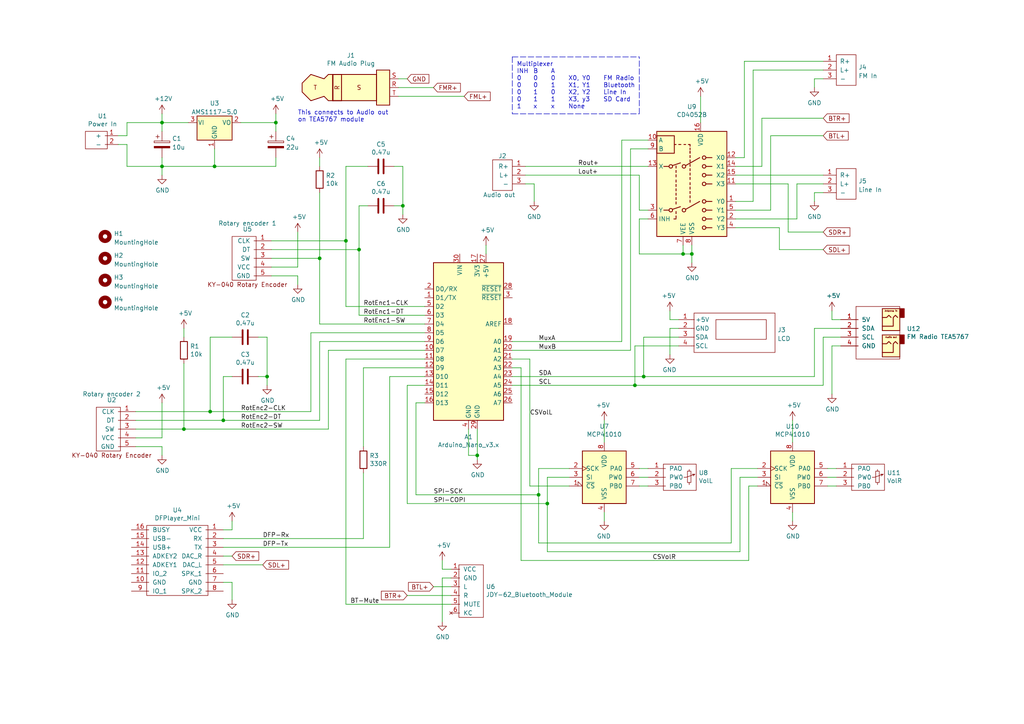
<source format=kicad_sch>
(kicad_sch (version 20211123) (generator eeschema)
  (paper "A4")
  (lib_symbols
    (symbol "Analog_Switch:CD4052B"
      (property "Reference" "U" (at -10.16 16.51 0))
      (property "Value" "CD4052B" (at 3.81 16.51 0))
      (symbol "CD4052B_0_1"
        (rectangle (start -10.16 8.89) (end -5.08 13.97) (stroke (width 0.254)))
        (rectangle (start -10.16 15.24) (end 10.16 -15.24) (stroke (width 0.254)) (fill (type background)))
        (circle (center -6.096 -7.62) (radius 0.508) (stroke (width 0.254)))
        (circle (center -6.096 5.08) (radius 0.508) (stroke (width 0.254)))
        (circle (center -2.286 -7.62) (radius 0.508) (stroke (width 0.254)))
        (circle (center -2.286 5.08) (radius 0.508) (stroke (width 0.254)))
        (polyline (pts (xy -8.128 -7.62) (xy -6.604 -7.62)) (stroke (width 0.254)))
        (polyline (pts (xy -8.128 5.08) (xy -6.604 5.08)) (stroke (width 0.254)))
        (polyline (pts (xy -5.588 -7.366) (xy -3.302 -6.604)) (stroke (width 0.254)))
        (polyline (pts (xy -5.588 5.334) (xy -3.302 6.096)) (stroke (width 0.254)))
        (polyline (pts (xy -4.572 -10.16) (xy -5.207 -10.16)) (stroke (width 0.254)))
        (polyline (pts (xy -4.572 -9.906) (xy -4.572 -9.271)) (stroke (width 0.254)))
        (polyline (pts (xy -4.572 -8.636) (xy -4.572 -8.001)) (stroke (width 0.254)))
        (polyline (pts (xy -4.572 -5.842) (xy -4.572 -5.207)) (stroke (width 0.254)))
        (polyline (pts (xy -4.572 -4.572) (xy -4.572 -3.937)) (stroke (width 0.254)))
        (polyline (pts (xy -4.572 -3.302) (xy -4.572 -2.667)) (stroke (width 0.254)))
        (polyline (pts (xy -4.572 -2.032) (xy -4.572 -1.397)) (stroke (width 0.254)))
        (polyline (pts (xy -4.572 -0.762) (xy -4.572 -0.127)) (stroke (width 0.254)))
        (polyline (pts (xy -4.572 0.508) (xy -4.572 1.143)) (stroke (width 0.254)))
        (polyline (pts (xy -4.572 2.032) (xy -4.572 2.667)) (stroke (width 0.254)))
        (polyline (pts (xy -4.572 3.302) (xy -4.572 3.937)) (stroke (width 0.254)))
        (polyline (pts (xy -4.572 4.572) (xy -4.572 5.207)) (stroke (width 0.254)))
        (polyline (pts (xy -4.572 11.43) (xy -5.08 11.43)) (stroke (width 0.254)))
        (polyline (pts (xy -3.81 11.43) (xy -3.175 11.43)) (stroke (width 0.254)))
        (polyline (pts (xy -1.778 -7.366) (xy 2.286 -5.08)) (stroke (width 0.254)))
        (polyline (pts (xy -1.778 5.334) (xy 2.286 7.62)) (stroke (width 0.254)))
        (polyline (pts (xy -1.778 11.43) (xy -2.286 11.43)) (stroke (width 0.254)))
        (polyline (pts (xy -0.508 -5.334) (xy -0.508 -4.699)) (stroke (width 0.254)))
        (polyline (pts (xy -0.508 -4.064) (xy -0.508 -3.429)) (stroke (width 0.254)))
        (polyline (pts (xy -0.508 -2.794) (xy -0.508 -2.159)) (stroke (width 0.254)))
        (polyline (pts (xy -0.508 -1.524) (xy -0.508 -0.889)) (stroke (width 0.254)))
        (polyline (pts (xy -0.508 -0.254) (xy -0.508 0.381)) (stroke (width 0.254)))
        (polyline (pts (xy -0.508 1.27) (xy -0.508 1.905)) (stroke (width 0.254)))
        (polyline (pts (xy -0.508 2.54) (xy -0.508 3.175)) (stroke (width 0.254)))
        (polyline (pts (xy -0.508 3.81) (xy -0.508 4.445)) (stroke (width 0.254)))
        (polyline (pts (xy -0.508 5.08) (xy -0.508 5.715)) (stroke (width 0.254)))
        (polyline (pts (xy -0.508 6.35) (xy -0.508 6.985)) (stroke (width 0.254)))
        (polyline (pts (xy -0.508 7.62) (xy -0.508 8.255)) (stroke (width 0.254)))
        (polyline (pts (xy -0.508 8.89) (xy -0.508 9.398)) (stroke (width 0.254)))
        (polyline (pts (xy -0.508 8.89) (xy -0.508 9.525)) (stroke (width 0.254)))
        (polyline (pts (xy -0.508 9.906) (xy -0.508 10.414)) (stroke (width 0.254)))
        (polyline (pts (xy -0.508 10.922) (xy -0.508 11.43)) (stroke (width 0.254)))
        (polyline (pts (xy -0.508 11.43) (xy -1.016 11.43)) (stroke (width 0.254)))
        (polyline (pts (xy 4.064 -12.7) (xy 5.842 -12.7)) (stroke (width 0.254)))
        (polyline (pts (xy 4.064 -10.16) (xy 5.842 -10.16)) (stroke (width 0.254)))
        (polyline (pts (xy 4.064 -7.62) (xy 5.842 -7.62)) (stroke (width 0.254)))
        (polyline (pts (xy 4.064 -5.08) (xy 5.842 -5.08)) (stroke (width 0.254)))
        (polyline (pts (xy 4.064 0) (xy 5.842 0)) (stroke (width 0.254)))
        (polyline (pts (xy 4.064 2.54) (xy 5.842 2.54)) (stroke (width 0.254)))
        (polyline (pts (xy 4.064 5.08) (xy 5.842 5.08)) (stroke (width 0.254)))
        (polyline (pts (xy 4.064 7.62) (xy 5.842 7.62)) (stroke (width 0.254)))
        (circle (center 3.556 -12.7) (radius 0.508) (stroke (width 0.254)))
        (circle (center 3.556 -10.16) (radius 0.508) (stroke (width 0.254)))
        (circle (center 3.556 -7.62) (radius 0.508) (stroke (width 0.254)))
        (circle (center 3.556 -5.08) (radius 0.508) (stroke (width 0.254)))
        (circle (center 3.556 0) (radius 0.508) (stroke (width 0.254)))
        (circle (center 3.556 2.54) (radius 0.508) (stroke (width 0.254)))
        (circle (center 3.556 5.08) (radius 0.508) (stroke (width 0.254)))
        (circle (center 3.556 7.62) (radius 0.508) (stroke (width 0.254)))
      )
      (symbol "CD4052B_1_1"
        (pin bidirectional line (at 12.7 -5.08 180) (length 2.54) (name "Y0") (number "1"))
        (pin input line (at -12.7 12.7 0) (length 2.54) (name "A") (number "10"))
        (pin bidirectional line (at 12.7 0 180) (length 2.54) (name "X3") (number "11"))
        (pin bidirectional line (at 12.7 7.62 180) (length 2.54) (name "X0") (number "12"))
        (pin bidirectional line (at -12.7 5.08 0) (length 2.54) (name "X") (number "13"))
        (pin bidirectional line (at 12.7 5.08 180) (length 2.54) (name "X1") (number "14"))
        (pin bidirectional line (at 12.7 2.54 180) (length 2.54) (name "X2") (number "15"))
        (pin power_in line (at 2.54 17.78 270) (length 2.54) (name "VDD") (number "16"))
        (pin bidirectional line (at 12.7 -10.16 180) (length 2.54) (name "Y2") (number "2"))
        (pin bidirectional line (at -12.7 -7.62 0) (length 2.54) (name "Y") (number "3"))
        (pin bidirectional line (at 12.7 -12.7 180) (length 2.54) (name "Y3") (number "4"))
        (pin bidirectional line (at 12.7 -7.62 180) (length 2.54) (name "Y1") (number "5"))
        (pin input line (at -12.7 -10.16 0) (length 2.54) (name "INH") (number "6"))
        (pin power_in line (at -2.54 -17.78 90) (length 2.54) (name "VEE") (number "7"))
        (pin power_in line (at 0 -17.78 90) (length 2.54) (name "VSS") (number "8"))
        (pin input line (at -12.7 10.16 0) (length 2.54) (name "B") (number "9"))
      )
    )
    (symbol "Connector:AudioPlug3"
      (property "Reference" "J" (at 1.27 6.35 0))
      (property "Value" "AudioPlug3" (at 1.27 -6.35 0))
      (symbol "AudioPlug3_0_0"
        (text "R" (at -2.54 0 900) (effects (font (size 1.27 1.27))))
      )
      (symbol "AudioPlug3_0_1"
        (rectangle (start -3.81 3.81) (end -1.27 -3.81) (stroke (width 0.254)))
        (rectangle (start -1.27 -1.27) (end -1.27 -1.27))
      )
      (symbol "AudioPlug3_1_0"
        (text "S" (at 3.81 0 0) (effects (font (size 1.27 1.27))))
        (text "T" (at -8.89 0 0) (effects (font (size 1.27 1.27))))
      )
      (symbol "AudioPlug3_1_1"
        (rectangle (start -3.81 3.81) (end 8.89 -3.81) (stroke (width 0.254)) (fill (type background)))
        (polyline (pts (xy -3.81 3.81) (xy -5.08 3.81) (xy -6.35 2.54) (xy -10.16 3.81) (xy -12.7 1.27) (xy -12.7 -1.27) (xy -10.16 -3.81) (xy -6.35 -2.54) (xy -5.08 -3.81) (xy -3.81 -3.81) (xy -3.81 3.81)) (stroke (width 0.254)) (fill (type background)))
        (rectangle (start 12.7 5.08) (end 8.89 -5.08) (stroke (width 0.254)) (fill (type background)))
        (pin passive line (at 15.24 0 180) (length 2.54) (name "~") (number "R"))
        (pin passive line (at 15.24 2.54 180) (length 2.54) (name "~") (number "S"))
        (pin passive line (at 15.24 -2.54 180) (length 2.54) (name "~") (number "T"))
      )
    )
    (symbol "Device:C" (pin_numbers hide) (pin_names (offset 0.254))
      (property "Reference" "C" (at 0.635 2.54 0))
      (property "Value" "C" (at 0.635 -2.54 0))
      (symbol "C_0_1"
        (polyline (pts (xy -2.032 -0.762) (xy 2.032 -0.762)) (stroke (width 0.508)))
        (polyline (pts (xy -2.032 0.762) (xy 2.032 0.762)) (stroke (width 0.508)))
      )
      (symbol "C_1_1"
        (pin passive line (at 0 3.81 270) (length 2.794) (name "~") (number "1"))
        (pin passive line (at 0 -3.81 90) (length 2.794) (name "~") (number "2"))
      )
    )
    (symbol "Device:C_Polarized" (pin_numbers hide) (pin_names (offset 0.254))
      (property "Reference" "C" (at 0.635 2.54 0))
      (property "Value" "C_Polarized" (at 0.635 -2.54 0))
      (symbol "C_Polarized_0_1"
        (rectangle (start -2.286 0.508) (end 2.286 1.016))
        (polyline (pts (xy -1.778 2.286) (xy -0.762 2.286)))
        (polyline (pts (xy -1.27 2.794) (xy -1.27 1.778)))
        (rectangle (start 2.286 -0.508) (end -2.286 -1.016) (fill (type outline)))
      )
      (symbol "C_Polarized_1_1"
        (pin passive line (at 0 3.81 270) (length 2.794) (name "~") (number "1"))
        (pin passive line (at 0 -3.81 90) (length 2.794) (name "~") (number "2"))
      )
    )
    (symbol "Device:R" (pin_numbers hide) (pin_names (offset 0))
      (property "Reference" "R" (at 2.032 0 90))
      (property "Value" "R" (at 0 0 90))
      (symbol "R_0_1"
        (rectangle (start -1.016 -2.54) (end 1.016 2.54) (stroke (width 0.254)))
      )
      (symbol "R_1_1"
        (pin passive line (at 0 3.81 270) (length 1.27) (name "~") (number "1"))
        (pin passive line (at 0 -3.81 90) (length 1.27) (name "~") (number "2"))
      )
    )
    (symbol "MCU_Module:Arduino_Nano_v3.x"
      (property "Reference" "A" (at -10.16 23.495 0))
      (property "Value" "Arduino_Nano_v3.x" (at 5.08 -24.13 0))
      (symbol "Arduino_Nano_v3.x_0_1"
        (rectangle (start -10.16 22.86) (end 10.16 -22.86) (stroke (width 0.254)) (fill (type background)))
      )
      (symbol "Arduino_Nano_v3.x_1_1"
        (pin bidirectional line (at -12.7 12.7 0) (length 2.54) (name "D1/TX") (number "1"))
        (pin bidirectional line (at -12.7 -2.54 0) (length 2.54) (name "D7") (number "10"))
        (pin bidirectional line (at -12.7 -5.08 0) (length 2.54) (name "D8") (number "11"))
        (pin bidirectional line (at -12.7 -7.62 0) (length 2.54) (name "D9") (number "12"))
        (pin bidirectional line (at -12.7 -10.16 0) (length 2.54) (name "D10") (number "13"))
        (pin bidirectional line (at -12.7 -12.7 0) (length 2.54) (name "D11") (number "14"))
        (pin bidirectional line (at -12.7 -15.24 0) (length 2.54) (name "D12") (number "15"))
        (pin bidirectional line (at -12.7 -17.78 0) (length 2.54) (name "D13") (number "16"))
        (pin power_out line (at 2.54 25.4 270) (length 2.54) (name "3V3") (number "17"))
        (pin input line (at 12.7 5.08 180) (length 2.54) (name "AREF") (number "18"))
        (pin bidirectional line (at 12.7 0 180) (length 2.54) (name "A0") (number "19"))
        (pin bidirectional line (at -12.7 15.24 0) (length 2.54) (name "D0/RX") (number "2"))
        (pin bidirectional line (at 12.7 -2.54 180) (length 2.54) (name "A1") (number "20"))
        (pin bidirectional line (at 12.7 -5.08 180) (length 2.54) (name "A2") (number "21"))
        (pin bidirectional line (at 12.7 -7.62 180) (length 2.54) (name "A3") (number "22"))
        (pin bidirectional line (at 12.7 -10.16 180) (length 2.54) (name "A4") (number "23"))
        (pin bidirectional line (at 12.7 -12.7 180) (length 2.54) (name "A5") (number "24"))
        (pin bidirectional line (at 12.7 -15.24 180) (length 2.54) (name "A6") (number "25"))
        (pin bidirectional line (at 12.7 -17.78 180) (length 2.54) (name "A7") (number "26"))
        (pin power_out line (at 5.08 25.4 270) (length 2.54) (name "+5V") (number "27"))
        (pin input line (at 12.7 15.24 180) (length 2.54) (name "~{RESET}") (number "28"))
        (pin power_in line (at 2.54 -25.4 90) (length 2.54) (name "GND") (number "29"))
        (pin input line (at 12.7 12.7 180) (length 2.54) (name "~{RESET}") (number "3"))
        (pin power_in line (at -2.54 25.4 270) (length 2.54) (name "VIN") (number "30"))
        (pin power_in line (at 0 -25.4 90) (length 2.54) (name "GND") (number "4"))
        (pin bidirectional line (at -12.7 10.16 0) (length 2.54) (name "D2") (number "5"))
        (pin bidirectional line (at -12.7 7.62 0) (length 2.54) (name "D3") (number "6"))
        (pin bidirectional line (at -12.7 5.08 0) (length 2.54) (name "D4") (number "7"))
        (pin bidirectional line (at -12.7 2.54 0) (length 2.54) (name "D5") (number "8"))
        (pin bidirectional line (at -12.7 0 0) (length 2.54) (name "D6") (number "9"))
      )
    )
    (symbol "Mechanical:MountingHole" (pin_names (offset 1.016))
      (property "Reference" "H" (at 0 5.08 0))
      (property "Value" "MountingHole" (at 0 3.175 0))
      (symbol "MountingHole_0_1"
        (circle (center 0 0) (radius 1.27) (stroke (width 1.27)))
      )
    )
    (symbol "My_Headers:3-pin_Audio" (pin_names (offset 1.016))
      (property "Reference" "J" (at -0.635 6.35 0))
      (symbol "3-pin_Audio_0_1"
        (polyline (pts (xy -1.27 4.445) (xy 4.445 4.445) (xy 4.445 -3.81) (xy 4.445 -4.445) (xy -1.27 -4.445) (xy -1.27 4.445)) (stroke (width 0.1524)))
      )
      (symbol "3-pin_Audio_1_1"
        (pin bidirectional line (at -5.08 2.54 0) (length 3.81) (name "R+") (number "1"))
        (pin bidirectional line (at -5.08 0 0) (length 3.81) (name "L+") (number "2"))
        (pin bidirectional line (at -5.08 -2.54 0) (length 3.81) (name "-") (number "3"))
      )
    )
    (symbol "My_Headers:3-pin_potentiometer_output" (pin_names (offset 1.016))
      (property "Reference" "U" (at 5.715 2.54 0))
      (property "Value" "3-pin_potentiometer_output" (at 5.08 -7.62 0))
      (symbol "3-pin_potentiometer_output_0_1"
        (polyline (pts (xy 11.938 -4.064) (xy 11.938 -4.699)))
        (polyline (pts (xy 11.938 -0.254) (xy 11.938 -0.762)))
        (polyline (pts (xy 12.827 -1.651) (xy 12.827 -1.651)))
        (polyline (pts (xy 13.589 -1.651) (xy 13.081 -2.159)))
        (polyline (pts (xy 10.414 -2.54) (xy 11.049 -2.54) (xy 13.589 -1.651) (xy 12.827 -1.651)))
        (polyline (pts (xy 4.445 1.27) (xy 13.97 1.27) (xy 13.97 -6.35) (xy 4.445 -6.35) (xy 4.445 1.27)))
        (polyline (pts (xy 11.43 -0.762) (xy 12.446 -0.762) (xy 12.446 -4.064) (xy 11.43 -4.064) (xy 11.43 -0.762)))
      )
      (symbol "3-pin_potentiometer_output_1_1"
        (pin input line (at 0 0 0) (length 5.08) (name "PAO") (number "1"))
        (pin output line (at 0 -2.54 0) (length 5.08) (name "PW0") (number "2"))
        (pin input line (at 0 -5.08 0) (length 5.08) (name "PB0") (number "3"))
      )
    )
    (symbol "My_Headers:4-pin_I2C_LCD_header" (pin_names (offset 1.016))
      (property "Reference" "J" (at 0 5.715 0))
      (property "Value" "4-pin_I2C_LCD_header" (at 0 -8.255 0))
      (symbol "4-pin_I2C_LCD_header_0_1"
        (polyline (pts (xy -0.635 4.445) (xy 22.86 4.445) (xy 22.86 -6.985) (xy -0.635 -6.985) (xy -0.635 4.445)) (stroke (width 0.1524)))
        (polyline (pts (xy 5.715 2.54) (xy 5.715 -3.175) (xy 20.32 -3.175) (xy 20.32 2.54) (xy 5.715 2.54)) (stroke (width 0.1524)))
      )
      (symbol "4-pin_I2C_LCD_header_1_1"
        (polyline (pts (xy -1.27 -5.08) (xy -0.508 -5.08)) (stroke (width 0.1524)))
        (polyline (pts (xy -1.27 -2.54) (xy -0.508 -2.54)) (stroke (width 0.1524)))
        (polyline (pts (xy -1.27 0) (xy -0.508 0)) (stroke (width 0.1524)))
        (polyline (pts (xy -1.27 2.54) (xy -0.508 2.54)) (stroke (width 0.1524)))
        (pin power_in line (at -5.08 2.54 0) (length 3.81) (name "+5V") (number "1"))
        (pin power_in line (at -5.08 0 0) (length 3.81) (name "GND") (number "2"))
        (pin passive line (at -5.08 -2.54 0) (length 3.81) (name "SDA") (number "3"))
        (pin passive line (at -5.08 -5.08 0) (length 3.81) (name "SCL") (number "4"))
      )
    )
    (symbol "My_Parts:2-pole_power_in_screw_terminal" (pin_names (offset 1.016))
      (property "Reference" "U" (at 4.445 3.175 0))
      (property "Value" "2-pole_power_in_screw_terminal" (at 6.35 -5.715 0))
      (symbol "2-pole_power_in_screw_terminal_0_1"
        (rectangle (start 3.175 1.27) (end 9.525 -3.81))
      )
      (symbol "2-pole_power_in_screw_terminal_1_1"
        (pin power_in line (at 0 0 0) (length 3.81) (name "+") (number "1"))
        (pin power_in line (at 0 -2.54 0) (length 3.81) (name "-") (number "2"))
      )
    )
    (symbol "My_Parts:DFPlayer_Mini" (pin_names (offset 1.016))
      (property "Reference" "U" (at 6.985 2.54 0))
      (property "Value" "DFPlayer_Mini" (at 12.7 -20.955 0))
      (symbol "DFPlayer_Mini_0_1"
        (polyline (pts (xy 4.445 1.27) (xy 4.445 -19.05) (xy 22.225 -19.05) (xy 22.225 1.27) (xy 4.445 1.27)))
      )
      (symbol "DFPlayer_Mini_1_1"
        (pin power_in line (at 0 0 0) (length 5.08) (name "VCC") (number "1"))
        (pin power_in line (at 26.67 -15.24 180) (length 5.08) (name "GND") (number "10"))
        (pin input line (at 26.67 -12.7 180) (length 5.08) (name "IO_2") (number "11"))
        (pin input line (at 26.67 -10.16 180) (length 5.08) (name "ADKEY1") (number "12"))
        (pin input line (at 26.67 -7.62 180) (length 5.08) (name "ADKEY2") (number "13"))
        (pin bidirectional line (at 26.67 -5.08 180) (length 5.08) (name "USB+") (number "14"))
        (pin bidirectional line (at 26.67 -2.54 180) (length 5.08) (name "USB-") (number "15"))
        (pin output line (at 26.67 0 180) (length 5.08) (name "BUSY") (number "16"))
        (pin input line (at 0 -2.54 0) (length 5.08) (name "RX") (number "2"))
        (pin output line (at 0 -5.08 0) (length 5.08) (name "TX") (number "3"))
        (pin output line (at 0 -7.62 0) (length 5.08) (name "DAC_R") (number "4"))
        (pin output line (at 0 -10.16 0) (length 5.08) (name "DAC_L") (number "5"))
        (pin output line (at 0 -12.7 0) (length 5.08) (name "SPK_1") (number "6"))
        (pin power_in line (at 0 -15.24 0) (length 5.08) (name "GND") (number "7"))
        (pin output line (at 0 -17.78 0) (length 5.08) (name "SPK_2") (number "8"))
        (pin input line (at 26.67 -17.78 180) (length 5.08) (name "IO_1") (number "9"))
      )
    )
    (symbol "My_Parts:JDY-62_Bluetooth_Module" (pin_names (offset 1.016))
      (property "Reference" "U" (at 3.302 2.286 0))
      (property "Value" "JDY-62_Bluetooth_Module" (at 6.096 -15.494 0))
      (symbol "JDY-62_Bluetooth_Module_0_1"
        (polyline (pts (xy 2.286 1.27) (xy 2.286 -13.97) (xy 9.398 -13.97) (xy 9.398 1.27) (xy 2.286 1.27)))
      )
      (symbol "JDY-62_Bluetooth_Module_1_1"
        (pin power_in line (at 0 0 0) (length 2.54) (name "VCC") (number "1"))
        (pin power_in line (at 0 -2.54 0) (length 2.54) (name "GND") (number "2"))
        (pin output line (at 0 -5.08 0) (length 2.54) (name "L") (number "3"))
        (pin output line (at 0 -7.62 0) (length 2.54) (name "R") (number "4"))
        (pin output line (at 0 -10.16 0) (length 2.54) (name "MUTE") (number "5"))
        (pin no_connect line (at 0 -12.7 0) (length 2.54) (name "KC") (number "6"))
      )
    )
    (symbol "My_Parts:KY-040_Rotary_Encoder" (pin_names (offset 1.016))
      (property "Reference" "U" (at 0.635 2.54 0))
      (symbol "KY-040_Rotary_Encoder_0_0"
        (text "KY-040 Rotary Encoder" (at 1.905 -12.7 0) (effects (font (size 1.27 1.27))))
      )
      (symbol "KY-040_Rotary_Encoder_0_1"
        (rectangle (start -0.635 -11.43) (end 6.35 1.27))
      )
      (symbol "KY-040_Rotary_Encoder_1_1"
        (pin output line (at -5.08 0 0) (length 5.08) (name "CLK") (number "1"))
        (pin output line (at -5.08 -2.54 0) (length 5.08) (name "DT") (number "2"))
        (pin output line (at -5.08 -5.08 0) (length 5.08) (name "SW") (number "3"))
        (pin power_in line (at -5.08 -7.62 0) (length 5.08) (name "VCC") (number "4"))
        (pin power_in line (at -5.08 -10.16 0) (length 5.08) (name "GND") (number "5"))
      )
    )
    (symbol "My_Parts:TEA5767_FM_Radio_Module" (pin_names (offset 1.016))
      (property "Reference" "U" (at 6.35 5.08 0))
      (property "Value" "TEA5767_FM_Radio_Module" (at 9.525 -13.335 0))
      (symbol "TEA5767_FM_Radio_Module_0_0"
        (text "Antenna in" (at 14.605 2.54 0) (effects (font (size 0.4572 0.4572))))
        (text "Audio out" (at 14.605 -5.08 0) (effects (font (size 0.4572 0.4572))))
      )
      (symbol "TEA5767_FM_Radio_Module_0_1"
        (polyline (pts (xy 17.145 -4.445) (xy 17.145 -3.175)))
        (polyline (pts (xy 17.145 3.175) (xy 17.145 3.81) (xy 4.445 3.81)))
        (polyline (pts (xy 4.445 3.81) (xy 4.445 -11.43) (xy 17.145 -11.43) (xy 17.145 -10.795)))
      )
      (symbol "TEA5767_FM_Radio_Module_1_1"
        (polyline (pts (xy 14.605 -6.985) (xy 13.97 -6.35) (xy 13.335 -6.985) (xy 12.065 -6.985)) (stroke (width 0.254)))
        (polyline (pts (xy 14.605 0.635) (xy 13.97 1.27) (xy 13.335 0.635) (xy 12.065 0.635)) (stroke (width 0.254)))
        (polyline (pts (xy 12.065 -9.525) (xy 15.24 -9.525) (xy 15.24 -6.985) (xy 15.875 -6.35) (xy 16.51 -6.985)) (stroke (width 0.254)))
        (polyline (pts (xy 12.065 -1.905) (xy 15.24 -1.905) (xy 15.24 0.635) (xy 15.875 1.27) (xy 16.51 0.635)) (stroke (width 0.254)))
        (rectangle (start 12.065 -10.795) (end 17.145 -4.445) (stroke (width 0.254)) (fill (type background)))
        (rectangle (start 12.065 -3.175) (end 17.145 3.175) (stroke (width 0.254)) (fill (type background)))
        (rectangle (start 17.145 -4.445) (end 18.415 -6.985) (stroke (width 0.254)) (fill (type outline)))
        (rectangle (start 17.145 3.175) (end 18.415 0.635) (stroke (width 0.254)) (fill (type outline)))
        (pin power_in line (at 0 0 0) (length 5.08) (name "5V") (number "1"))
        (pin bidirectional line (at 0 -2.54 0) (length 5.08) (name "SDA") (number "2"))
        (pin bidirectional line (at 0 -5.08 0) (length 5.08) (name "SCL") (number "3"))
        (pin power_in line (at 0 -7.62 0) (length 5.08) (name "GND") (number "4"))
      )
    )
    (symbol "Potentiometer_Digital:MCP41010" (pin_names (offset 1.016))
      (property "Reference" "U" (at -6.35 8.89 0))
      (property "Value" "MCP41010" (at 1.27 8.89 0))
      (symbol "MCP41010_0_1"
        (rectangle (start -6.35 7.62) (end 6.35 -7.62) (stroke (width 0.254)) (fill (type background)))
      )
      (symbol "MCP41010_1_1"
        (pin input input_low (at -10.16 -2.54 0) (length 3.81) (name "~{CS}") (number "1"))
        (pin passive clock (at -10.16 2.54 0) (length 3.81) (name "SCK") (number "2"))
        (pin input line (at -10.16 0 0) (length 3.81) (name "SI") (number "3"))
        (pin power_in line (at 0 -10.16 90) (length 2.54) (name "VSS") (number "4"))
        (pin passive line (at 10.16 2.54 180) (length 3.81) (name "PA0") (number "5"))
        (pin passive line (at 10.16 0 180) (length 3.81) (name "PW0") (number "6"))
        (pin passive line (at 10.16 -2.54 180) (length 3.81) (name "PB0") (number "7"))
        (pin power_in line (at 0 10.16 270) (length 2.54) (name "VDD") (number "8"))
      )
    )
    (symbol "Regulator_Linear:AMS1117-5.0" (pin_names (offset 0.254))
      (property "Reference" "U" (at -3.81 3.175 0))
      (property "Value" "AMS1117-5.0" (at 0 3.175 0))
      (symbol "AMS1117-5.0_0_1"
        (rectangle (start -5.08 -5.08) (end 5.08 1.905) (stroke (width 0.254)) (fill (type background)))
      )
      (symbol "AMS1117-5.0_1_1"
        (pin power_in line (at 0 -7.62 90) (length 2.54) (name "GND") (number "1"))
        (pin power_out line (at 7.62 0 180) (length 2.54) (name "VO") (number "2"))
        (pin power_in line (at -7.62 0 0) (length 2.54) (name "VI") (number "3"))
      )
    )
    (symbol "power:+12V" (power) (pin_names (offset 0))
      (property "Value" "+12V" (at 0 3.556 0))
      (symbol "+12V_0_1"
        (polyline (pts (xy -0.762 1.27) (xy 0 2.54)))
        (polyline (pts (xy 0 0) (xy 0 2.54)))
        (polyline (pts (xy 0 2.54) (xy 0.762 1.27)))
      )
      (symbol "+12V_1_1"
        (pin power_in line (at 0 0 90) (length 0) hide (name "+12V") (number "1"))
      )
    )
    (symbol "power:+5V" (power) (pin_names (offset 0))
      (property "Value" "+5V" (at 0 3.556 0))
      (symbol "+5V_0_1"
        (polyline (pts (xy -0.762 1.27) (xy 0 2.54)))
        (polyline (pts (xy 0 0) (xy 0 2.54)))
        (polyline (pts (xy 0 2.54) (xy 0.762 1.27)))
      )
      (symbol "+5V_1_1"
        (pin power_in line (at 0 0 90) (length 0) hide (name "+5V") (number "1"))
      )
    )
    (symbol "power:GND" (power) (pin_names (offset 0))
      (property "Value" "GND" (at 0 -3.81 0))
      (symbol "GND_0_1"
        (polyline (pts (xy 0 0) (xy 0 -1.27) (xy 1.27 -1.27) (xy 0 -2.54) (xy -1.27 -1.27) (xy 0 -1.27)))
      )
      (symbol "GND_1_1"
        (pin power_in line (at 0 0 270) (length 0) hide (name "GND") (number "1"))
      )
    )
  )
  (junction (at 158.75 146.05))
  (junction (at 92.71 74.93))
  (junction (at 53.34 124.46))
  (junction (at 198.12 73.66))
  (junction (at 156.21 143.51))
  (junction (at 116.84 59.69))
  (junction (at 100.33 69.85))
  (junction (at 64.77 121.92))
  (junction (at 200.66 73.66))
  (junction (at 62.23 48.26))
  (junction (at 186.69 109.22))
  (junction (at 80.01 35.56))
  (junction (at 104.14 72.39))
  (junction (at 77.47 109.22))
  (junction (at 46.99 35.56))
  (junction (at 138.43 132.08))
  (junction (at 60.96 119.38))
  (junction (at 46.99 48.26))
  (junction (at 184.15 111.76))
  (polyline (pts (xy 185.42 33.02) (xy 185.42 16.51)))
  (wire (pts (xy 67.31 168.91) (xy 67.31 173.99)))
  (wire (pts (xy 187.96 60.96) (xy 185.42 60.96)))
  (wire (pts (xy 128.27 165.1) (xy 128.27 162.56)))
  (wire (pts (xy 90.17 96.52) (xy 90.17 119.38)))
  (wire (pts (xy 175.26 128.27) (xy 175.26 121.92)))
  (wire (pts (xy 46.99 48.26) (xy 62.23 48.26)))
  (wire (pts (xy 74.93 109.22) (xy 77.47 109.22)))
  (wire (pts (xy 241.3 100.33) (xy 241.3 114.3)))
  (wire (pts (xy 223.52 39.37) (xy 238.76 39.37)))
  (wire (pts (xy 86.36 77.47) (xy 86.36 67.31)))
  (wire (pts (xy 217.17 140.97) (xy 217.17 162.56)))
  (wire (pts (xy 36.83 48.26) (xy 46.99 48.26)))
  (wire (pts (xy 238.76 111.76) (xy 184.15 111.76)))
  (wire (pts (xy 53.34 97.79) (xy 53.34 95.25)))
  (wire (pts (xy 180.34 99.06) (xy 180.34 40.64)))
  (wire (pts (xy 39.37 124.46) (xy 53.34 124.46)))
  (wire (pts (xy 64.77 109.22) (xy 64.77 121.92)))
  (wire (pts (xy 36.83 41.91) (xy 36.83 48.26)))
  (wire (pts (xy 116.84 48.26) (xy 114.3 48.26)))
  (wire (pts (xy 229.87 128.27) (xy 229.87 121.92)))
  (wire (pts (xy 184.15 111.76) (xy 184.15 100.33)))
  (wire (pts (xy 115.57 25.4) (xy 125.73 25.4)))
  (wire (pts (xy 113.03 109.22) (xy 123.19 109.22)))
  (wire (pts (xy 185.42 73.66) (xy 185.42 63.5)))
  (wire (pts (xy 92.71 93.98) (xy 123.19 93.98)))
  (wire (pts (xy 123.19 96.52) (xy 90.17 96.52)))
  (wire (pts (xy 187.96 140.97) (xy 185.42 140.97)))
  (wire (pts (xy 116.84 59.69) (xy 116.84 48.26)))
  (wire (pts (xy 213.36 53.34) (xy 228.6 53.34)))
  (wire (pts (xy 64.77 161.29) (xy 67.31 161.29)))
  (wire (pts (xy 64.77 158.75) (xy 113.03 158.75)))
  (wire (pts (xy 130.81 172.72) (xy 118.11 172.72)))
  (wire (pts (xy 140.97 73.66) (xy 140.97 71.12)))
  (wire (pts (xy 80.01 48.26) (xy 80.01 45.72)))
  (wire (pts (xy 78.74 72.39) (xy 104.14 72.39)))
  (wire (pts (xy 198.12 73.66) (xy 200.66 73.66)))
  (wire (pts (xy 64.77 153.67) (xy 67.31 153.67)))
  (wire (pts (xy 219.71 138.43) (xy 214.63 138.43)))
  (wire (pts (xy 200.66 73.66) (xy 200.66 76.2)))
  (wire (pts (xy 182.88 101.6) (xy 148.59 101.6)))
  (wire (pts (xy 236.22 22.86) (xy 238.76 22.86)))
  (wire (pts (xy 243.84 97.79) (xy 238.76 97.79)))
  (wire (pts (xy 186.69 109.22) (xy 186.69 97.79)))
  (wire (pts (xy 113.03 158.75) (xy 113.03 109.22)))
  (wire (pts (xy 214.63 138.43) (xy 214.63 160.02)))
  (wire (pts (xy 105.41 106.68) (xy 123.19 106.68)))
  (wire (pts (xy 218.44 20.32) (xy 218.44 58.42)))
  (wire (pts (xy 39.37 127) (xy 46.99 127)))
  (wire (pts (xy 78.74 80.01) (xy 86.36 80.01)))
  (wire (pts (xy 196.85 95.25) (xy 194.31 95.25)))
  (wire (pts (xy 213.36 66.04) (xy 226.06 66.04)))
  (wire (pts (xy 46.99 127) (xy 46.99 116.84)))
  (wire (pts (xy 60.96 119.38) (xy 90.17 119.38)))
  (wire (pts (xy 115.57 22.86) (xy 118.11 22.86)))
  (wire (pts (xy 212.09 157.48) (xy 156.21 157.48)))
  (wire (pts (xy 217.17 162.56) (xy 151.13 162.56)))
  (wire (pts (xy 46.99 45.72) (xy 46.99 48.26)))
  (wire (pts (xy 62.23 43.18) (xy 62.23 48.26)))
  (wire (pts (xy 77.47 109.22) (xy 77.47 97.79)))
  (wire (pts (xy 198.12 71.12) (xy 198.12 73.66)))
  (wire (pts (xy 175.26 148.59) (xy 175.26 151.13)))
  (wire (pts (xy 194.31 95.25) (xy 194.31 102.87)))
  (wire (pts (xy 153.67 140.97) (xy 153.67 104.14)))
  (wire (pts (xy 106.68 59.69) (xy 104.14 59.69)))
  (wire (pts (xy 46.99 35.56) (xy 46.99 38.1)))
  (wire (pts (xy 128.27 167.64) (xy 128.27 180.34)))
  (wire (pts (xy 34.29 41.91) (xy 36.83 41.91)))
  (wire (pts (xy 236.22 25.4) (xy 236.22 22.86)))
  (wire (pts (xy 60.96 97.79) (xy 60.96 119.38)))
  (wire (pts (xy 67.31 153.67) (xy 67.31 151.13)))
  (wire (pts (xy 213.36 60.96) (xy 223.52 60.96)))
  (wire (pts (xy 238.76 97.79) (xy 238.76 111.76)))
  (wire (pts (xy 92.71 99.06) (xy 123.19 99.06)))
  (wire (pts (xy 86.36 80.01) (xy 86.36 82.55)))
  (wire (pts (xy 105.41 156.21) (xy 105.41 137.16)))
  (wire (pts (xy 180.34 40.64) (xy 187.96 40.64)))
  (wire (pts (xy 182.88 43.18) (xy 182.88 101.6)))
  (wire (pts (xy 80.01 35.56) (xy 80.01 38.1)))
  (wire (pts (xy 215.9 45.72) (xy 215.9 17.78)))
  (wire (pts (xy 236.22 109.22) (xy 186.69 109.22)))
  (wire (pts (xy 185.42 50.8) (xy 185.42 60.96)))
  (wire (pts (xy 100.33 69.85) (xy 100.33 88.9)))
  (wire (pts (xy 187.96 43.18) (xy 182.88 43.18)))
  (wire (pts (xy 220.98 34.29) (xy 238.76 34.29)))
  (wire (pts (xy 130.81 167.64) (xy 128.27 167.64)))
  (wire (pts (xy 203.2 35.56) (xy 203.2 27.94)))
  (wire (pts (xy 243.84 92.71) (xy 241.3 92.71)))
  (wire (pts (xy 154.94 58.42) (xy 154.94 53.34)))
  (wire (pts (xy 77.47 97.79) (xy 74.93 97.79)))
  (wire (pts (xy 105.41 129.54) (xy 105.41 106.68)))
  (wire (pts (xy 218.44 20.32) (xy 238.76 20.32)))
  (wire (pts (xy 236.22 55.88) (xy 236.22 58.42)))
  (wire (pts (xy 212.09 135.89) (xy 212.09 157.48)))
  (wire (pts (xy 92.71 48.26) (xy 92.71 45.72)))
  (wire (pts (xy 241.3 92.71) (xy 241.3 90.17)))
  (wire (pts (xy 194.31 92.71) (xy 194.31 90.17)))
  (wire (pts (xy 187.96 135.89) (xy 185.42 135.89)))
  (wire (pts (xy 106.68 48.26) (xy 100.33 48.26)))
  (wire (pts (xy 165.1 135.89) (xy 156.21 135.89)))
  (wire (pts (xy 64.77 163.83) (xy 76.2 163.83)))
  (wire (pts (xy 158.75 146.05) (xy 158.75 160.02)))
  (wire (pts (xy 100.33 175.26) (xy 100.33 104.14)))
  (wire (pts (xy 138.43 132.08) (xy 138.43 133.35)))
  (wire (pts (xy 229.87 148.59) (xy 229.87 151.13)))
  (wire (pts (xy 78.74 69.85) (xy 100.33 69.85)))
  (wire (pts (xy 104.14 59.69) (xy 104.14 72.39)))
  (wire (pts (xy 62.23 48.26) (xy 80.01 48.26)))
  (wire (pts (xy 39.37 129.54) (xy 46.99 129.54)))
  (wire (pts (xy 64.77 156.21) (xy 105.41 156.21)))
  (wire (pts (xy 92.71 121.92) (xy 92.71 99.06)))
  (wire (pts (xy 156.21 135.89) (xy 156.21 143.51)))
  (wire (pts (xy 54.61 35.56) (xy 46.99 35.56)))
  (wire (pts (xy 130.81 165.1) (xy 128.27 165.1)))
  (wire (pts (xy 151.13 106.68) (xy 148.59 106.68)))
  (wire (pts (xy 228.6 53.34) (xy 228.6 67.31)))
  (wire (pts (xy 213.36 63.5) (xy 231.14 63.5)))
  (wire (pts (xy 196.85 97.79) (xy 186.69 97.79)))
  (wire (pts (xy 78.74 77.47) (xy 86.36 77.47)))
  (wire (pts (xy 242.57 135.89) (xy 240.03 135.89)))
  (wire (pts (xy 219.71 135.89) (xy 212.09 135.89)))
  (wire (pts (xy 100.33 48.26) (xy 100.33 69.85)))
  (wire (pts (xy 228.6 67.31) (xy 238.76 67.31)))
  (wire (pts (xy 77.47 109.22) (xy 77.47 111.76)))
  (wire (pts (xy 95.25 124.46) (xy 95.25 101.6)))
  (wire (pts (xy 80.01 33.02) (xy 80.01 35.56)))
  (wire (pts (xy 53.34 124.46) (xy 53.34 105.41)))
  (wire (pts (xy 231.14 53.34) (xy 238.76 53.34)))
  (wire (pts (xy 100.33 104.14) (xy 123.19 104.14)))
  (wire (pts (xy 214.63 160.02) (xy 158.75 160.02)))
  (wire (pts (xy 36.83 35.56) (xy 46.99 35.56)))
  (wire (pts (xy 67.31 109.22) (xy 64.77 109.22)))
  (wire (pts (xy 135.89 124.46) (xy 135.89 132.08)))
  (wire (pts (xy 226.06 66.04) (xy 226.06 72.39)))
  (wire (pts (xy 138.43 124.46) (xy 138.43 132.08)))
  (polyline (pts (xy 148.59 16.51) (xy 148.59 33.02)))
  (wire (pts (xy 200.66 71.12) (xy 200.66 73.66)))
  (wire (pts (xy 120.65 143.51) (xy 156.21 143.51)))
  (wire (pts (xy 213.36 48.26) (xy 220.98 48.26)))
  (wire (pts (xy 243.84 100.33) (xy 241.3 100.33)))
  (wire (pts (xy 231.14 63.5) (xy 231.14 53.34)))
  (wire (pts (xy 46.99 48.26) (xy 46.99 50.8)))
  (wire (pts (xy 196.85 100.33) (xy 184.15 100.33)))
  (wire (pts (xy 100.33 88.9) (xy 123.19 88.9)))
  (wire (pts (xy 165.1 138.43) (xy 158.75 138.43)))
  (wire (pts (xy 153.67 104.14) (xy 148.59 104.14)))
  (wire (pts (xy 213.36 50.8) (xy 238.76 50.8)))
  (wire (pts (xy 118.11 146.05) (xy 158.75 146.05)))
  (wire (pts (xy 213.36 58.42) (xy 218.44 58.42)))
  (polyline (pts (xy 148.59 33.02) (xy 185.42 33.02)))
  (wire (pts (xy 196.85 92.71) (xy 194.31 92.71)))
  (wire (pts (xy 125.73 170.18) (xy 130.81 170.18)))
  (wire (pts (xy 95.25 101.6) (xy 123.19 101.6)))
  (wire (pts (xy 165.1 140.97) (xy 153.67 140.97)))
  (wire (pts (xy 120.65 116.84) (xy 120.65 143.51)))
  (wire (pts (xy 67.31 97.79) (xy 60.96 97.79)))
  (wire (pts (xy 104.14 72.39) (xy 104.14 91.44)))
  (wire (pts (xy 114.3 59.69) (xy 116.84 59.69)))
  (wire (pts (xy 148.59 99.06) (xy 180.34 99.06)))
  (wire (pts (xy 123.19 116.84) (xy 120.65 116.84)))
  (wire (pts (xy 53.34 124.46) (xy 95.25 124.46)))
  (wire (pts (xy 116.84 59.69) (xy 116.84 62.23)))
  (wire (pts (xy 158.75 138.43) (xy 158.75 146.05)))
  (wire (pts (xy 185.42 63.5) (xy 187.96 63.5)))
  (wire (pts (xy 78.74 74.93) (xy 92.71 74.93)))
  (wire (pts (xy 238.76 55.88) (xy 236.22 55.88)))
  (wire (pts (xy 152.4 48.26) (xy 187.96 48.26)))
  (wire (pts (xy 156.21 143.51) (xy 156.21 157.48)))
  (wire (pts (xy 69.85 35.56) (xy 80.01 35.56)))
  (wire (pts (xy 64.77 121.92) (xy 92.71 121.92)))
  (wire (pts (xy 92.71 74.93) (xy 92.71 93.98)))
  (wire (pts (xy 123.19 111.76) (xy 118.11 111.76)))
  (wire (pts (xy 198.12 73.66) (xy 185.42 73.66)))
  (wire (pts (xy 135.89 132.08) (xy 138.43 132.08)))
  (wire (pts (xy 220.98 48.26) (xy 220.98 34.29)))
  (wire (pts (xy 236.22 95.25) (xy 236.22 109.22)))
  (wire (pts (xy 39.37 121.92) (xy 64.77 121.92)))
  (wire (pts (xy 219.71 140.97) (xy 217.17 140.97)))
  (wire (pts (xy 243.84 95.25) (xy 236.22 95.25)))
  (wire (pts (xy 46.99 129.54) (xy 46.99 132.08)))
  (wire (pts (xy 34.29 39.37) (xy 36.83 39.37)))
  (wire (pts (xy 39.37 119.38) (xy 60.96 119.38)))
  (wire (pts (xy 242.57 138.43) (xy 240.03 138.43)))
  (wire (pts (xy 242.57 140.97) (xy 240.03 140.97)))
  (wire (pts (xy 226.06 72.39) (xy 238.76 72.39)))
  (wire (pts (xy 185.42 138.43) (xy 187.96 138.43)))
  (wire (pts (xy 92.71 74.93) (xy 92.71 55.88)))
  (wire (pts (xy 115.57 27.94) (xy 134.62 27.94)))
  (wire (pts (xy 213.36 45.72) (xy 215.9 45.72)))
  (wire (pts (xy 118.11 111.76) (xy 118.11 146.05)))
  (wire (pts (xy 223.52 60.96) (xy 223.52 39.37)))
  (wire (pts (xy 151.13 162.56) (xy 151.13 106.68)))
  (wire (pts (xy 130.81 175.26) (xy 100.33 175.26)))
  (wire (pts (xy 148.59 109.22) (xy 186.69 109.22)))
  (wire (pts (xy 64.77 168.91) (xy 67.31 168.91)))
  (wire (pts (xy 152.4 50.8) (xy 185.42 50.8)))
  (polyline (pts (xy 148.59 16.51) (xy 185.42 16.51)))
  (wire (pts (xy 148.59 111.76) (xy 184.15 111.76)))
  (wire (pts (xy 215.9 17.78) (xy 238.76 17.78)))
  (wire (pts (xy 46.99 35.56) (xy 46.99 33.02)))
  (wire (pts (xy 104.14 91.44) (xy 123.19 91.44)))
  (wire (pts (xy 36.83 39.37) (xy 36.83 35.56)))
  (wire (pts (xy 154.94 53.34) (xy 152.4 53.34)))
  (text "This connects to Audio out\non TEA5767 module" (at 86.36 35.56 0) (effects (font (size 1.27 1.27)) (justify left bottom)))
  (text "Multiplexer\nINH	B	A\n0	0	0	X0, Y0	FM Radio\n0	0	1	X1, Y1	Bluetooth\n0	1	0	X2, Y2	Line In\n0	1	1	X3, y3	SD Card\n1	x	x	None" (at 149.86 31.75 0) (effects (font (size 1.27 1.27)) (justify left bottom)))
  (label "DFP-Tx" (at 76.2 158.75 0))
  (label "Lout+" (at 167.64 50.8 0))
  (label "SPI-SCK" (at 125.73 143.51 0))
  (label "CSVolR" (at 189.23 162.56 0))
  (label "RotEnc1-SW" (at 105.41 93.98 0))
  (label "Rout+" (at 167.64 48.26 0))
  (label "RotEnc1-CLK" (at 105.41 88.9 0))
  (label "SCL" (at 156.21 111.76 0))
  (label "RotEnc2-CLK" (at 69.85 119.38 0))
  (label "CSVolL" (at 153.67 120.65 0))
  (label "MuxA" (at 156.21 99.06 0))
  (label "BT-Mute" (at 101.6 175.26 0))
  (label "RotEnc2-SW" (at 69.85 124.46 0))
  (label "SPI-COPI" (at 125.73 146.05 0))
  (label "DFP-Rx" (at 76.2 156.21 0))
  (label "MuxB" (at 156.21 101.6 0))
  (label "SDA" (at 156.21 109.22 0))
  (label "RotEnc2-DT" (at 69.85 121.92 0))
  (label "RotEnc1-DT" (at 105.41 91.44 0))
  (global_label "SDR+" (shape input) (at 238.76 67.31 0) (property "Intersheet References" "${INTERSHEET_REFS}" (effects hide)))
  (global_label "SDL+" (shape input) (at 76.2 163.83 0) (property "Intersheet References" "${INTERSHEET_REFS}" (effects hide)))
  (global_label "SDL+" (shape input) (at 238.76 72.39 0) (property "Intersheet References" "${INTERSHEET_REFS}" (effects hide)))
  (global_label "BTL+" (shape input) (at 238.76 39.37 0) (property "Intersheet References" "${INTERSHEET_REFS}" (effects hide)))
  (global_label "BTL+" (shape input) (at 125.73 170.18 180) (property "Intersheet References" "${INTERSHEET_REFS}" (effects hide)))
  (global_label "BTR+" (shape input) (at 118.11 172.72 180) (property "Intersheet References" "${INTERSHEET_REFS}" (effects hide)))
  (global_label "GND" (shape input) (at 118.11 22.86 0) (property "Intersheet References" "${INTERSHEET_REFS}" (effects hide)))
  (global_label "BTR+" (shape input) (at 238.76 34.29 0) (property "Intersheet References" "${INTERSHEET_REFS}" (effects hide)))
  (global_label "SDR+" (shape input) (at 67.31 161.29 0) (property "Intersheet References" "${INTERSHEET_REFS}" (effects hide)))
  (global_label "FMR+" (shape input) (at 125.73 25.4 0) (property "Intersheet References" "${INTERSHEET_REFS}" (effects hide)))
  (global_label "FML+" (shape input) (at 134.62 27.94 0) (property "Intersheet References" "${INTERSHEET_REFS}" (effects hide)))
  (symbol (lib_id "Analog_Switch:CD4052B") (at 200.66 53.34 0) (unit 1)
    (property "Reference" "U9" (at 200.66 30.9626 0))
    (property "Value" "CD4052B" (at 200.66 33.274 0))
    (property "Footprint" "My_Misc:DIP-16_W7.62mm_LongPads w socket" (effects hide))
    (property "Datasheet" "http://www.ti.com/lit/ds/symlink/cd4052b.pdf" (effects hide))
  )
  (symbol (lib_id "Potentiometer_Digital:MCP41010") (at 175.26 138.43 0) (unit 1)
    (property "Reference" "U7" (at 175.26 123.6726 0))
    (property "Value" "MCP41010" (at 175.26 125.984 0))
    (property "Footprint" "My_Misc:DIP-8_W7.62mm_Socket_w_dip_packet_LongPads" (effects hide))
    (property "Datasheet" "http://ww1.microchip.com/downloads/en/DeviceDoc/11195c.pdf" (effects hide))
  )
  (symbol (lib_id "Potentiometer_Digital:MCP41010") (at 229.87 138.43 0) (unit 1)
    (property "Reference" "U10" (at 229.87 123.6726 0))
    (property "Value" "MCP41010" (at 229.87 125.984 0))
    (property "Footprint" "My_Misc:DIP-8_W7.62mm_Socket_w_dip_packet_LongPads" (effects hide))
    (property "Datasheet" "http://ww1.microchip.com/downloads/en/DeviceDoc/11195c.pdf" (effects hide))
  )
  (symbol (lib_id "My_Parts:KY-040_Rotary_Encoder") (at 73.66 69.85 0) (mirror y) (unit 1)
    (property "Reference" "U5" (at 71.755 66.4718 0))
    (property "Value" "Rotary encoder 1" (at 71.755 64.77 0))
    (property "Footprint" "My_Headers:5-pin JST Rotary Encoder" (effects hide))
  )
  (symbol (lib_id "My_Parts:KY-040_Rotary_Encoder") (at 34.29 119.38 0) (mirror y) (unit 1)
    (property "Reference" "U2" (at 32.385 116.0018 0))
    (property "Value" "Rotary encoder 2" (at 32.385 114.3 0))
    (property "Footprint" "My_Headers:5-pin JST Rotary Encoder" (effects hide))
  )
  (symbol (lib_id "power:GND") (at 138.43 133.35 0) (unit 1)
    (property "Reference" "#PWR016" (effects hide))
    (property "Value" "GND" (at 138.557 137.7442 0))
  )
  (symbol (lib_id "power:+5V") (at 140.97 71.12 0) (unit 1)
    (property "Reference" "#PWR017" (effects hide))
    (property "Value" "+5V" (at 141.351 66.7258 0))
  )
  (symbol (lib_id "power:GND") (at 86.36 82.55 0) (unit 1)
    (property "Reference" "#PWR011" (effects hide))
    (property "Value" "GND" (at 86.487 86.9442 0))
  )
  (symbol (lib_id "power:GND") (at 46.99 132.08 0) (unit 1)
    (property "Reference" "#PWR04" (effects hide))
    (property "Value" "GND" (at 47.117 136.4742 0))
  )
  (symbol (lib_id "power:+5V") (at 86.36 67.31 0) (unit 1)
    (property "Reference" "#PWR010" (effects hide))
    (property "Value" "+5V" (at 86.741 62.9158 0))
  )
  (symbol (lib_id "power:+5V") (at 46.99 116.84 0) (unit 1)
    (property "Reference" "#PWR03" (effects hide))
    (property "Value" "+5V" (at 47.371 112.4458 0))
  )
  (symbol (lib_id "power:GND") (at 175.26 151.13 0) (mirror y) (unit 1)
    (property "Reference" "#PWR020" (effects hide))
    (property "Value" "GND" (at 175.133 155.5242 0))
  )
  (symbol (lib_id "power:GND") (at 229.87 151.13 0) (unit 1)
    (property "Reference" "#PWR026" (effects hide))
    (property "Value" "GND" (at 229.997 155.5242 0))
  )
  (symbol (lib_id "power:+5V") (at 229.87 121.92 0) (unit 1)
    (property "Reference" "#PWR025" (effects hide))
    (property "Value" "+5V" (at 230.251 117.5258 0))
  )
  (symbol (lib_id "power:+5V") (at 175.26 121.92 0) (mirror y) (unit 1)
    (property "Reference" "#PWR019" (effects hide))
    (property "Value" "+5V" (at 174.879 117.5258 0))
  )
  (symbol (lib_id "Device:R") (at 92.71 52.07 180) (unit 1)
    (property "Reference" "R2" (at 94.488 50.9016 0) (effects (justify right)))
    (property "Value" "10k" (at 94.488 53.213 0) (effects (justify right)))
    (property "Footprint" "My_Misc:R_Axial_DIN0207_L6.3mm_D2.5mm_P10.16mm_Horizontal_larger_pads" (effects hide))
  )
  (symbol (lib_id "Device:C") (at 110.49 59.69 270) (unit 1)
    (property "Reference" "C6" (at 110.49 53.2892 90))
    (property "Value" "0.47u" (at 110.49 55.6006 90))
    (property "Footprint" "My_Misc:C_Disc_D7.5mm_W2.5mm_P5.00mm_larger" (effects hide))
  )
  (symbol (lib_id "Device:C") (at 110.49 48.26 90) (unit 1)
    (property "Reference" "C5" (at 110.49 41.8592 90))
    (property "Value" "0.47u" (at 110.49 44.1706 90))
    (property "Footprint" "My_Misc:C_Disc_D7.5mm_W2.5mm_P5.00mm_larger" (effects hide))
  )
  (symbol (lib_id "power:GND") (at 116.84 62.23 0) (unit 1)
    (property "Reference" "#PWR013" (effects hide))
    (property "Value" "GND" (at 116.967 66.6242 0))
  )
  (symbol (lib_id "power:+5V") (at 92.71 45.72 0) (unit 1)
    (property "Reference" "#PWR012" (effects hide))
    (property "Value" "+5V" (at 93.091 41.3258 0))
  )
  (symbol (lib_id "MCU_Module:Arduino_Nano_v3.x") (at 135.89 99.06 0) (unit 1)
    (property "Reference" "A1" (at 135.89 126.7206 0))
    (property "Value" "Arduino_Nano_v3.x" (at 135.89 129.032 0))
    (property "Footprint" "My_Arduino:Arduino_Nano_WithMountingHoles_larger" (effects hide))
    (property "Datasheet" "http://www.mouser.com/pdfdocs/Gravitech_Arduino_Nano3_0.pdf" (effects hide))
  )
  (symbol (lib_id "Device:R") (at 53.34 101.6 180) (unit 1)
    (property "Reference" "R1" (at 55.118 100.4316 0) (effects (justify right)))
    (property "Value" "10k" (at 55.118 102.743 0) (effects (justify right)))
    (property "Footprint" "My_Misc:R_Axial_DIN0207_L6.3mm_D2.5mm_P10.16mm_Horizontal_larger_pads" (effects hide))
  )
  (symbol (lib_id "Device:C") (at 71.12 109.22 270) (unit 1)
    (property "Reference" "C3" (at 71.12 102.8192 90))
    (property "Value" "0.47u" (at 71.12 105.1306 90))
    (property "Footprint" "My_Misc:C_Disc_D7.5mm_W2.5mm_P5.00mm_larger" (effects hide))
  )
  (symbol (lib_id "Device:C") (at 71.12 97.79 90) (unit 1)
    (property "Reference" "C2" (at 71.12 91.3892 90))
    (property "Value" "0.47u" (at 71.12 93.7006 90))
    (property "Footprint" "My_Misc:C_Disc_D7.5mm_W2.5mm_P5.00mm_larger" (effects hide))
  )
  (symbol (lib_id "power:GND") (at 77.47 111.76 0) (unit 1)
    (property "Reference" "#PWR08" (effects hide))
    (property "Value" "GND" (at 77.597 116.1542 0))
  )
  (symbol (lib_id "power:+5V") (at 53.34 95.25 0) (unit 1)
    (property "Reference" "#PWR05" (effects hide))
    (property "Value" "+5V" (at 53.721 90.8558 0))
  )
  (symbol (lib_id "My_Parts:TEA5767_FM_Radio_Module") (at 243.84 92.71 0) (unit 1)
    (property "Reference" "U12" (at 262.9916 95.3516 0) (effects (justify left)))
    (property "Value" "FM Radio TEA5767" (at 262.9916 97.663 0) (effects (justify left)))
    (property "Footprint" "My_Headers:4-pin JST TEA5767 FM Radio" (effects hide))
  )
  (symbol (lib_id "power:GND") (at 194.31 102.87 0) (mirror y) (unit 1)
    (property "Reference" "#PWR022" (effects hide))
    (property "Value" "GND" (at 194.183 107.2642 0))
  )
  (symbol (lib_id "power:+5V") (at 194.31 90.17 0) (mirror y) (unit 1)
    (property "Reference" "#PWR021" (effects hide))
    (property "Value" "+5V" (at 193.929 85.7758 0))
  )
  (symbol (lib_id "power:+5V") (at 241.3 90.17 0) (unit 1)
    (property "Reference" "#PWR029" (effects hide))
    (property "Value" "+5V" (at 241.681 85.7758 0))
  )
  (symbol (lib_id "power:GND") (at 241.3 114.3 0) (unit 1)
    (property "Reference" "#PWR030" (effects hide))
    (property "Value" "GND" (at 241.427 118.6942 0))
  )
  (symbol (lib_id "Connector:AudioPlug3") (at 100.33 25.4 0) (unit 1)
    (property "Reference" "J1" (at 101.7778 16.0782 0))
    (property "Value" "FM Audio Plug" (at 101.7778 18.3896 0))
  )
  (symbol (lib_id "My_Parts:JDY-62_Bluetooth_Module") (at 130.81 165.1 0) (unit 1)
    (property "Reference" "U6" (at 140.9192 170.1546 0) (effects (justify left)))
    (property "Value" "JDY-62_Bluetooth_Module" (at 140.9192 172.466 0) (effects (justify left)))
    (property "Footprint" "My_Headers:6-pin JST JDY-62 Bluetooth" (effects hide))
  )
  (symbol (lib_id "power:+5V") (at 128.27 162.56 0) (unit 1)
    (property "Reference" "#PWR014" (effects hide))
    (property "Value" "+5V" (at 128.651 158.1658 0))
  )
  (symbol (lib_id "power:GND") (at 128.27 180.34 0) (unit 1)
    (property "Reference" "#PWR015" (effects hide))
    (property "Value" "GND" (at 128.397 184.7342 0))
  )
  (symbol (lib_id "power:GND") (at 46.99 50.8 0) (unit 1)
    (property "Reference" "#PWR02" (effects hide))
    (property "Value" "GND" (at 47.117 55.1942 0))
  )
  (symbol (lib_id "power:+12V") (at 46.99 33.02 0) (unit 1)
    (property "Reference" "#PWR01" (effects hide))
    (property "Value" "+12V" (at 47.371 28.6258 0))
  )
  (symbol (lib_id "power:+5V") (at 80.01 33.02 0) (unit 1)
    (property "Reference" "#PWR09" (effects hide))
    (property "Value" "+5V" (at 80.391 28.6258 0))
  )
  (symbol (lib_id "My_Parts:2-pole_power_in_screw_terminal") (at 34.29 39.37 0) (mirror y) (unit 1)
    (property "Reference" "U1" (at 29.718 33.655 0))
    (property "Value" "Power In" (at 29.718 35.9664 0))
    (property "Footprint" "My_Parts:2-pole_power_in_screw_terminal" (effects hide))
  )
  (symbol (lib_id "My_Parts:DFPlayer_Mini") (at 64.77 153.67 0) (mirror y) (unit 1)
    (property "Reference" "U4" (at 51.435 147.955 0))
    (property "Value" "DFPlayer_Mini" (at 51.435 150.2664 0))
    (property "Footprint" "My_Headers:8-pin JST DFPlayer Mini" (effects hide))
  )
  (symbol (lib_id "My_Headers:3-pin_potentiometer_output") (at 242.57 135.89 0) (unit 1)
    (property "Reference" "U11" (at 257.2512 137.1346 0) (effects (justify left)))
    (property "Value" "VolR" (at 257.2512 139.446 0) (effects (justify left)))
    (property "Footprint" "My_Headers:3-pin JST Potentiometer" (effects hide))
  )
  (symbol (lib_id "My_Headers:3-pin_potentiometer_output") (at 187.96 135.89 0) (unit 1)
    (property "Reference" "U8" (at 202.6412 137.1346 0) (effects (justify left)))
    (property "Value" "VolL" (at 202.6412 139.446 0) (effects (justify left)))
    (property "Footprint" "My_Headers:3-pin JST Potentiometer" (effects hide))
  )
  (symbol (lib_id "Device:R") (at 105.41 133.35 180) (unit 1)
    (property "Reference" "R3" (at 107.188 132.1816 0) (effects (justify right)))
    (property "Value" "330R" (at 107.188 134.493 0) (effects (justify right)))
    (property "Footprint" "My_Misc:R_Axial_DIN0207_L6.3mm_D2.5mm_P10.16mm_Horizontal_larger_pads" (effects hide))
  )
  (symbol (lib_id "power:+5V") (at 203.2 27.94 0) (unit 1)
    (property "Reference" "#PWR024" (effects hide))
    (property "Value" "+5V" (at 203.581 23.5458 0))
  )
  (symbol (lib_id "power:GND") (at 200.66 76.2 0) (unit 1)
    (property "Reference" "#PWR023" (effects hide))
    (property "Value" "GND" (at 200.787 80.5942 0))
  )
  (symbol (lib_id "power:+5V") (at 67.31 151.13 0) (unit 1)
    (property "Reference" "#PWR06" (effects hide))
    (property "Value" "+5V" (at 67.691 146.7358 0))
  )
  (symbol (lib_id "power:GND") (at 67.31 173.99 0) (unit 1)
    (property "Reference" "#PWR07" (effects hide))
    (property "Value" "GND" (at 67.437 178.3842 0))
  )
  (symbol (lib_id "Mechanical:MountingHole") (at 30.48 87.63 0) (unit 1)
    (property "Reference" "H4" (at 33.02 86.7953 0) (effects (justify left)))
    (property "Value" "MountingHole" (at 33.02 89.3322 0) (effects (justify left)))
    (property "Footprint" "MountingHole:MountingHole_3.5mm" (effects hide))
  )
  (symbol (lib_id "Device:C_Polarized") (at 46.99 41.91 0) (unit 1)
    (property "Reference" "C1" (at 49.911 40.1863 0) (effects (justify left)))
    (property "Value" "10u" (at 49.911 42.7232 0) (effects (justify left)))
    (property "Footprint" "My_Misc:CP_Radial_D5.0mm_P2.00mm_larger" (effects hide))
  )
  (symbol (lib_id "Regulator_Linear:AMS1117-5.0") (at 62.23 35.56 0) (unit 1)
    (property "Reference" "U3" (at 62.23 29.9552 0))
    (property "Value" "AMS1117-5.0" (at 62.23 32.4921 0))
    (property "Footprint" "Package_TO_SOT_SMD:SOT-223-3_TabPin2" (effects hide))
    (property "Datasheet" "http://www.advanced-monolithic.com/pdf/ds1117.pdf" (effects hide))
  )
  (symbol (lib_id "power:GND") (at 236.22 25.4 0) (unit 1)
    (property "Reference" "#PWR027" (effects hide))
    (property "Value" "GND" (at 236.22 29.8434 0))
  )
  (symbol (lib_id "My_Headers:3-pin_Audio") (at 147.32 50.8 0) (mirror y) (unit 1)
    (property "Reference" "J2" (at 145.7325 45.243 0))
    (property "Value" "Audio out" (at 144.78 56.515 0))
    (property "Footprint" "My_Headers:3-pin JST Audio" (effects hide))
  )
  (symbol (lib_id "power:GND") (at 236.22 58.42 0) (unit 1)
    (property "Reference" "#PWR028" (effects hide))
    (property "Value" "GND" (at 236.22 62.8634 0))
  )
  (symbol (lib_id "Mechanical:MountingHole") (at 30.48 81.28 0) (unit 1)
    (property "Reference" "H3" (at 33.02 80.4453 0) (effects (justify left)))
    (property "Value" "MountingHole" (at 33.02 82.9822 0) (effects (justify left)))
    (property "Footprint" "MountingHole:MountingHole_3.5mm" (effects hide))
  )
  (symbol (lib_id "My_Headers:4-pin_I2C_LCD_header") (at 201.93 95.25 0) (unit 1)
    (property "Reference" "J3" (at 225.5012 95.6853 0) (effects (justify left)))
    (property "Value" "LCD" (at 225.5012 98.2222 0) (effects (justify left)))
    (property "Footprint" "My_Headers:4-pin JST LCD" (effects hide))
  )
  (symbol (lib_id "My_Headers:3-pin_Audio") (at 243.84 53.34 0) (unit 1)
    (property "Reference" "J5" (at 248.9962 52.5053 0) (effects (justify left)))
    (property "Value" "Line In" (at 248.9962 55.0422 0) (effects (justify left)))
    (property "Footprint" "My_Headers:3-pin JST Audio" (effects hide))
  )
  (symbol (lib_id "Device:C_Polarized") (at 80.01 41.91 0) (unit 1)
    (property "Reference" "C4" (at 82.931 40.1863 0) (effects (justify left)))
    (property "Value" "22u" (at 82.931 42.7232 0) (effects (justify left)))
    (property "Footprint" "My_Misc:CP_Radial_D5.0mm_P2.00mm_larger" (effects hide))
  )
  (symbol (lib_id "My_Headers:3-pin_Audio") (at 243.84 20.32 0) (unit 1)
    (property "Reference" "J4" (at 248.9962 19.4853 0) (effects (justify left)))
    (property "Value" "FM In" (at 248.9962 22.0222 0) (effects (justify left)))
    (property "Footprint" "My_Headers:3-pin JST Audio" (effects hide))
  )
  (symbol (lib_id "Mechanical:MountingHole") (at 30.48 68.58 0) (unit 1)
    (property "Reference" "H1" (at 33.02 67.7453 0) (effects (justify left)))
    (property "Value" "MountingHole" (at 33.02 70.2822 0) (effects (justify left)))
    (property "Footprint" "MountingHole:MountingHole_3.5mm" (effects hide))
  )
  (symbol (lib_id "power:GND") (at 154.94 58.42 0) (unit 1)
    (property "Reference" "#PWR018" (effects hide))
    (property "Value" "GND" (at 154.94 62.8634 0))
  )
  (symbol (lib_id "Mechanical:MountingHole") (at 30.48 74.93 0) (unit 1)
    (property "Reference" "H2" (at 33.02 74.0953 0) (effects (justify left)))
    (property "Value" "MountingHole" (at 33.02 76.6322 0) (effects (justify left)))
    (property "Footprint" "MountingHole:MountingHole_3.5mm" (effects hide))
  )
)
</source>
